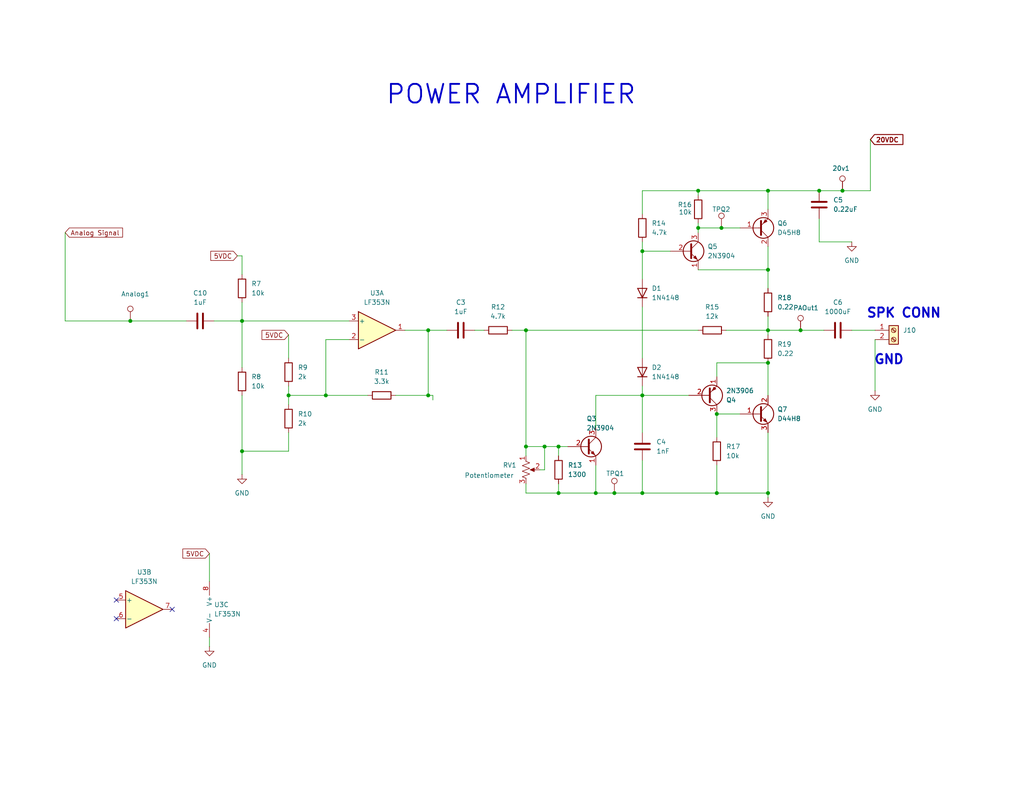
<source format=kicad_sch>
(kicad_sch (version 20231120) (generator "eeschema") (generator_version "8.0")
  (paper "A")
  (title_block (title "Main Bluetooth Speaker") (date "2024-09-06") (rev "A") (company "Synergy Electronics"))
  (lib_symbols
    (symbol "Amplifier_Operational:ADA4610-2xCP" (pin_names (offset 0.127))
      (property "Reference" "U" (at 0 5.08 0))
      (property "Value" "ADA4610-2xCP" (at 0 -5.08 0))
      (symbol "ADA4610-2xCP_1_1"
        (polyline (pts (xy -5.08 5.08) (xy 5.08 0) (xy -5.08 -5.08) (xy -5.08 5.08)) (stroke (width 0.254)) (fill (type background)))
        (pin output line (at 7.62 0 180) (length 2.54) (name "~") (number "1"))
        (pin input line (at -7.62 -2.54 0) (length 2.54) (name "-") (number "2"))
        (pin input line (at -7.62 2.54 0) (length 2.54) (name "+") (number "3"))
      )
      (symbol "ADA4610-2xCP_2_1"
        (polyline (pts (xy -5.08 5.08) (xy 5.08 0) (xy -5.08 -5.08) (xy -5.08 5.08)) (stroke (width 0.254)) (fill (type background)))
        (pin input line (at -7.62 2.54 0) (length 2.54) (name "+") (number "5"))
        (pin input line (at -7.62 -2.54 0) (length 2.54) (name "-") (number "6"))
        (pin output line (at 7.62 0 180) (length 2.54) (name "~") (number "7"))
      )
      (symbol "ADA4610-2xCP_3_1"
        (pin power_in line (at -2.54 -7.62 90) (length 3.81) (name "V-") (number "4"))
        (pin power_in line (at -2.54 7.62 270) (length 3.81) (name "V+") (number "8"))
        (pin passive line (at -2.54 -7.62 90) (length 3.81) hide (name "V-") (number "9"))
      )
    )
    (symbol "Connector:Screw_Terminal_01x02" (pin_names (offset 1.016) hide)
      (property "Reference" "J" (at 0 2.54 0))
      (property "Value" "Screw_Terminal_01x02" (at 0 -5.08 0))
      (symbol "Screw_Terminal_01x02_1_1"
        (rectangle (start -1.27 1.27) (end 1.27 -3.81) (stroke (width 0.254)) (fill (type background)))
        (circle (center 0 -2.54) (radius 0.635) (stroke (width 0.1524)))
        (polyline (pts (xy -0.5334 -2.2098) (xy 0.3302 -3.048)) (stroke (width 0.1524)))
        (polyline (pts (xy -0.5334 0.3302) (xy 0.3302 -0.508)) (stroke (width 0.1524)))
        (polyline (pts (xy -0.3556 -2.032) (xy 0.508 -2.8702)) (stroke (width 0.1524)))
        (polyline (pts (xy -0.3556 0.508) (xy 0.508 -0.3302)) (stroke (width 0.1524)))
        (circle (center 0 0) (radius 0.635) (stroke (width 0.1524)))
        (pin passive line (at -5.08 0 0) (length 3.81) (name "Pin_1") (number "1"))
        (pin passive line (at -5.08 -2.54 0) (length 3.81) (name "Pin_2") (number "2"))
      )
    )
    (symbol "Connector:TestPoint" (pin_numbers hide) (pin_names (offset 0.762) hide)
      (property "Reference" "TP" (at 0 6.858 0))
      (property "Value" "TestPoint" (at 0 5.08 0))
      (symbol "TestPoint_0_1"
        (circle (center 0 3.302) (radius 0.762))
      )
      (symbol "TestPoint_1_1"
        (pin passive line (at 0 0 90) (length 2.54) (name "1") (number "1"))
      )
    )
    (symbol "Device:C" (pin_numbers hide) (pin_names (offset 0.254))
      (property "Reference" "C" (at 0.635 2.54 0))
      (property "Value" "C" (at 0.635 -2.54 0))
      (symbol "C_0_1"
        (polyline (pts (xy -2.032 -0.762) (xy 2.032 -0.762)) (stroke (width 0.508)))
        (polyline (pts (xy -2.032 0.762) (xy 2.032 0.762)) (stroke (width 0.508)))
      )
      (symbol "C_1_1"
        (pin passive line (at 0 3.81 270) (length 2.794) (name "~") (number "1"))
        (pin passive line (at 0 -3.81 90) (length 2.794) (name "~") (number "2"))
      )
    )
    (symbol "Device:R" (pin_numbers hide) (pin_names (offset 0))
      (property "Reference" "R" (at 2.032 0 90))
      (property "Value" "R" (at 0 0 90))
      (symbol "R_0_1"
        (rectangle (start -1.016 -2.54) (end 1.016 2.54) (stroke (width 0.254)))
      )
      (symbol "R_1_1"
        (pin passive line (at 0 3.81 270) (length 1.27) (name "~") (number "1"))
        (pin passive line (at 0 -3.81 90) (length 1.27) (name "~") (number "2"))
      )
    )
    (symbol "Device:R_Potentiometer_US" (pin_names (offset 1.016) hide)
      (property "Reference" "RV" (at -4.445 0 90))
      (property "Value" "R_Potentiometer_US" (at -2.54 0 90))
      (symbol "R_Potentiometer_US_0_1"
        (polyline (pts (xy 0 -2.286) (xy 0 -2.54)))
        (polyline (pts (xy 0 2.54) (xy 0 2.286)))
        (polyline (pts (xy 2.54 0) (xy 1.524 0)))
        (polyline (pts (xy 1.143 0) (xy 2.286 0.508) (xy 2.286 -0.508) (xy 1.143 0)) (fill (type outline)))
        (polyline (pts (xy 0 -0.762) (xy 1.016 -1.143) (xy 0 -1.524) (xy -1.016 -1.905) (xy 0 -2.286)))
        (polyline (pts (xy 0 0.762) (xy 1.016 0.381) (xy 0 0) (xy -1.016 -0.381) (xy 0 -0.762)))
        (polyline (pts (xy 0 2.286) (xy 1.016 1.905) (xy 0 1.524) (xy -1.016 1.143) (xy 0 0.762)))
      )
      (symbol "R_Potentiometer_US_1_1"
        (pin passive line (at 0 3.81 270) (length 1.27) (name "1") (number "1"))
        (pin passive line (at 3.81 0 180) (length 1.27) (name "2") (number "2"))
        (pin passive line (at 0 -3.81 90) (length 1.27) (name "3") (number "3"))
      )
    )
    (symbol "Diode:1N4148" (pin_numbers hide) (pin_names hide)
      (property "Reference" "D" (at 0 2.54 0))
      (property "Value" "1N4148" (at 0 -2.54 0))
      (symbol "1N4148_0_1"
        (polyline (pts (xy -1.27 1.27) (xy -1.27 -1.27)) (stroke (width 0.254)))
        (polyline (pts (xy 1.27 0) (xy -1.27 0)))
        (polyline (pts (xy 1.27 1.27) (xy 1.27 -1.27) (xy -1.27 0) (xy 1.27 1.27)) (stroke (width 0.254)))
      )
      (symbol "1N4148_1_1"
        (pin passive line (at -3.81 0 0) (length 2.54) (name "K") (number "1"))
        (pin passive line (at 3.81 0 180) (length 2.54) (name "A") (number "2"))
      )
    )
    (symbol "Transistor_BJT:2N3904" (pin_names (offset 0) hide)
      (property "Reference" "Q" (at 5.08 1.905 0))
      (property "Value" "2N3904" (at 5.08 0 0))
      (symbol "2N3904_0_1"
        (polyline (pts (xy 0.635 0.635) (xy 2.54 2.54)))
        (polyline (pts (xy 0.635 -0.635) (xy 2.54 -2.54) (xy 2.54 -2.54)))
        (polyline (pts (xy 0.635 1.905) (xy 0.635 -1.905) (xy 0.635 -1.905)) (stroke (width 0.508)))
        (polyline (pts (xy 1.27 -1.778) (xy 1.778 -1.27) (xy 2.286 -2.286) (xy 1.27 -1.778) (xy 1.27 -1.778)) (fill (type outline)))
        (circle (center 1.27 0) (radius 2.8194) (stroke (width 0.254)))
      )
      (symbol "2N3904_1_1"
        (pin passive line (at 2.54 -5.08 90) (length 2.54) (name "E") (number "1"))
        (pin passive line (at -5.08 0 0) (length 5.715) (name "B") (number "2"))
        (pin passive line (at 2.54 5.08 270) (length 2.54) (name "C") (number "3"))
      )
    )
    (symbol "Transistor_BJT:2N3906" (pin_names (offset 0) hide)
      (property "Reference" "Q" (at 5.08 1.905 0))
      (property "Value" "2N3906" (at 5.08 0 0))
      (symbol "2N3906_0_1"
        (polyline (pts (xy 0.635 0.635) (xy 2.54 2.54)))
        (polyline (pts (xy 0.635 -0.635) (xy 2.54 -2.54) (xy 2.54 -2.54)))
        (polyline (pts (xy 0.635 1.905) (xy 0.635 -1.905) (xy 0.635 -1.905)) (stroke (width 0.508)))
        (polyline (pts (xy 2.286 -1.778) (xy 1.778 -2.286) (xy 1.27 -1.27) (xy 2.286 -1.778) (xy 2.286 -1.778)) (fill (type outline)))
        (circle (center 1.27 0) (radius 2.8194) (stroke (width 0.254)))
      )
      (symbol "2N3906_1_1"
        (pin passive line (at 2.54 -5.08 90) (length 2.54) (name "E") (number "1"))
        (pin input line (at -5.08 0 0) (length 5.715) (name "B") (number "2"))
        (pin passive line (at 2.54 5.08 270) (length 2.54) (name "C") (number "3"))
      )
    )
    (symbol "Transistor_BJT:2SB817" (pin_names (offset 0) hide)
      (property "Reference" "Q" (at 5.08 1.905 0))
      (property "Value" "2SB817" (at 5.08 0 0))
      (symbol "2SB817_0_1"
        (polyline (pts (xy 0 0) (xy 0.635 0)))
        (polyline (pts (xy 2.54 2.54) (xy 0.635 0.635)))
        (polyline (pts (xy 0.635 -0.635) (xy 2.54 -2.54) (xy 2.54 -2.54)))
        (polyline (pts (xy 0.635 1.905) (xy 0.635 -1.905) (xy 0.635 -1.905)) (stroke (width 0.508)))
        (polyline (pts (xy 1.778 -2.286) (xy 2.286 -1.778) (xy 1.27 -1.27) (xy 1.778 -2.286) (xy 1.778 -2.286)) (fill (type outline)))
        (circle (center 1.27 0) (radius 2.8194) (stroke (width 0.254)))
      )
      (symbol "2SB817_1_1"
        (pin input line (at -5.08 0 0) (length 5.08) (name "B") (number "1"))
        (pin passive line (at 2.54 5.08 270) (length 2.54) (name "C") (number "2"))
        (pin passive line (at 2.54 -5.08 90) (length 2.54) (name "E") (number "3"))
      )
    )
    (symbol "Transistor_BJT:2SD1047" (pin_names (offset 0) hide)
      (property "Reference" "Q" (at 6.35 1.905 0))
      (property "Value" "2SD1047" (at 6.35 0 0))
      (symbol "2SD1047_0_1"
        (polyline (pts (xy 0 0) (xy 0.762 0)))
        (polyline (pts (xy 0.635 0.635) (xy 2.54 2.54)))
        (polyline (pts (xy 0.635 -0.635) (xy 2.54 -2.54) (xy 2.54 -2.54)))
        (polyline (pts (xy 0.635 1.905) (xy 0.635 -1.905) (xy 0.635 -1.905)) (stroke (width 0.508)))
        (polyline (pts (xy 1.27 -1.778) (xy 1.778 -1.27) (xy 2.286 -2.286) (xy 1.27 -1.778) (xy 1.27 -1.778)) (fill (type outline)))
        (circle (center 1.27 0) (radius 2.8194) (stroke (width 0.254)))
      )
      (symbol "2SD1047_1_1"
        (pin input line (at -5.08 0 0) (length 5.08) (name "B") (number "1"))
        (pin passive line (at 2.54 5.08 270) (length 2.54) (name "C") (number "2"))
        (pin passive line (at 2.54 -5.08 90) (length 2.54) (name "E") (number "3"))
      )
    )
    (symbol "power:GND" (power) (pin_numbers hide) (pin_names (offset 0) hide)
      (property "Value" "GND" (at 0 -3.81 0))
      (symbol "GND_0_1"
        (polyline (pts (xy 0 0) (xy 0 -1.27) (xy 1.27 -1.27) (xy 0 -2.54) (xy -1.27 -1.27) (xy 0 -1.27)))
      )
      (symbol "GND_1_1"
        (pin power_in line (at 0 0 270) (length 0) (name "~") (number "1"))
      )
    )
  )
  (junction (at 195.58 134.62))
  (junction (at 175.26 107.95))
  (junction (at 209.55 90.17))
  (junction (at 167.64 134.62))
  (junction (at 209.55 52.07))
  (junction (at 143.51 121.92))
  (junction (at 78.74 107.95))
  (junction (at 88.9 107.95))
  (junction (at 66.04 123.19))
  (junction (at 209.55 134.62))
  (junction (at 209.55 99.06))
  (junction (at 190.5 62.23))
  (junction (at 175.26 134.62))
  (junction (at 116.84 107.95))
  (junction (at 195.58 113.03))
  (junction (at 218.44 90.17))
  (junction (at 196.85 62.23))
  (junction (at 190.5 52.07))
  (junction (at 35.56 87.63))
  (junction (at 143.51 90.17))
  (junction (at 175.26 68.58))
  (junction (at 162.56 134.62))
  (junction (at 116.84 90.17))
  (junction (at 152.4 134.62))
  (junction (at 148.59 121.92))
  (junction (at 66.04 87.63))
  (junction (at 152.4 121.92))
  (junction (at 223.52 52.07))
  (junction (at 209.55 73.66))
  (junction (at 229.87 52.07))
  (no_connect (at 46.99 166.37))
  (no_connect (at 31.75 163.83))
  (no_connect (at 31.75 168.91))
  (wire (pts (xy 148.59 121.92) (xy 152.4 121.92)))
  (wire (pts (xy 143.51 90.17) (xy 143.51 121.92)))
  (wire (pts (xy 190.5 52.07) (xy 190.5 53.34)))
  (wire (pts (xy 78.74 107.95) (xy 88.9 107.95)))
  (wire (pts (xy 57.15 173.99) (xy 57.15 176.53)))
  (wire (pts (xy 175.26 68.58) (xy 182.88 68.58)))
  (wire (pts (xy 209.55 99.06) (xy 209.55 107.95)))
  (wire (pts (xy 209.55 67.31) (xy 209.55 73.66)))
  (wire (pts (xy 195.58 134.62) (xy 209.55 134.62)))
  (wire (pts (xy 175.26 52.07) (xy 190.5 52.07)))
  (wire (pts (xy 64.77 69.85) (xy 66.04 69.85)))
  (wire (pts (xy 116.84 90.17) (xy 116.84 107.95)))
  (wire (pts (xy 152.4 132.08) (xy 152.4 134.62)))
  (wire (pts (xy 88.9 92.71) (xy 95.25 92.71)))
  (wire (pts (xy 88.9 92.71) (xy 88.9 107.95)))
  (wire (pts (xy 175.26 125.73) (xy 175.26 134.62)))
  (wire (pts (xy 198.12 90.17) (xy 209.55 90.17)))
  (wire (pts (xy 139.7 90.17) (xy 143.51 90.17)))
  (wire (pts (xy 238.76 92.71) (xy 238.76 106.68)))
  (wire (pts (xy 175.26 83.82) (xy 175.26 97.79)))
  (wire (pts (xy 110.49 90.17) (xy 116.84 90.17)))
  (wire (pts (xy 190.5 62.23) (xy 196.85 62.23)))
  (wire (pts (xy 195.58 113.03) (xy 195.58 119.38)))
  (wire (pts (xy 195.58 127) (xy 195.58 134.62)))
  (wire (pts (xy 78.74 105.41) (xy 78.74 107.95)))
  (wire (pts (xy 66.04 87.63) (xy 95.25 87.63)))
  (wire (pts (xy 116.84 90.17) (xy 121.92 90.17)))
  (wire (pts (xy 209.55 90.17) (xy 209.55 91.44)))
  (wire (pts (xy 78.74 91.44) (xy 78.74 97.79)))
  (wire (pts (xy 237.49 38.1) (xy 237.49 52.07)))
  (wire (pts (xy 143.51 90.17) (xy 190.5 90.17)))
  (wire (pts (xy 237.49 52.07) (xy 229.87 52.07)))
  (wire (pts (xy 162.56 107.95) (xy 162.56 116.84)))
  (wire (pts (xy 209.55 118.11) (xy 209.55 134.62)))
  (wire (pts (xy 195.58 99.06) (xy 209.55 99.06)))
  (wire (pts (xy 209.55 90.17) (xy 218.44 90.17)))
  (wire (pts (xy 190.5 62.23) (xy 190.5 63.5)))
  (wire (pts (xy 35.56 87.63) (xy 50.8 87.63)))
  (wire (pts (xy 196.85 62.23) (xy 201.93 62.23)))
  (wire (pts (xy 175.26 107.95) (xy 175.26 118.11)))
  (wire (pts (xy 190.5 73.66) (xy 209.55 73.66)))
  (wire (pts (xy 57.15 151.13) (xy 57.15 158.75)))
  (wire (pts (xy 162.56 107.95) (xy 175.26 107.95)))
  (wire (pts (xy 162.56 127) (xy 162.56 134.62)))
  (wire (pts (xy 175.26 134.62) (xy 167.64 134.62)))
  (wire (pts (xy 66.04 123.19) (xy 66.04 129.54)))
  (wire (pts (xy 118.11 107.95) (xy 116.84 107.95)))
  (wire (pts (xy 143.51 121.92) (xy 143.51 124.46)))
  (wire (pts (xy 209.55 134.62) (xy 209.55 135.89)))
  (wire (pts (xy 66.04 107.95) (xy 66.04 123.19)))
  (wire (pts (xy 209.55 73.66) (xy 209.55 78.74)))
  (wire (pts (xy 218.44 90.17) (xy 224.79 90.17)))
  (wire (pts (xy 175.26 68.58) (xy 175.26 76.2)))
  (wire (pts (xy 66.04 87.63) (xy 66.04 100.33)))
  (wire (pts (xy 190.5 52.07) (xy 209.55 52.07)))
  (wire (pts (xy 152.4 134.62) (xy 162.56 134.62)))
  (wire (pts (xy 209.55 57.15) (xy 209.55 52.07)))
  (wire (pts (xy 190.5 60.96) (xy 190.5 62.23)))
  (wire (pts (xy 143.51 132.08) (xy 143.51 134.62)))
  (wire (pts (xy 17.78 87.63) (xy 35.56 87.63)))
  (wire (pts (xy 152.4 121.92) (xy 152.4 124.46)))
  (wire (pts (xy 175.26 58.42) (xy 175.26 52.07)))
  (wire (pts (xy 66.04 123.19) (xy 78.74 123.19)))
  (wire (pts (xy 195.58 113.03) (xy 201.93 113.03)))
  (wire (pts (xy 58.42 87.63) (xy 66.04 87.63)))
  (wire (pts (xy 175.26 134.62) (xy 195.58 134.62)))
  (wire (pts (xy 175.26 105.41) (xy 175.26 107.95)))
  (wire (pts (xy 148.59 128.27) (xy 148.59 121.92)))
  (wire (pts (xy 66.04 69.85) (xy 66.04 74.93)))
  (wire (pts (xy 209.55 52.07) (xy 223.52 52.07)))
  (wire (pts (xy 223.52 66.04) (xy 232.41 66.04)))
  (wire (pts (xy 66.04 82.55) (xy 66.04 87.63)))
  (wire (pts (xy 17.78 63.5) (xy 17.78 87.63)))
  (wire (pts (xy 78.74 118.11) (xy 78.74 123.19)))
  (wire (pts (xy 88.9 107.95) (xy 100.33 107.95)))
  (wire (pts (xy 209.55 86.36) (xy 209.55 90.17)))
  (wire (pts (xy 232.41 90.17) (xy 238.76 90.17)))
  (wire (pts (xy 223.52 59.69) (xy 223.52 66.04)))
  (wire (pts (xy 175.26 66.04) (xy 175.26 68.58)))
  (wire (pts (xy 152.4 121.92) (xy 154.94 121.92)))
  (wire (pts (xy 107.95 107.95) (xy 116.84 107.95)))
  (wire (pts (xy 195.58 102.87) (xy 195.58 99.06)))
  (wire (pts (xy 143.51 121.92) (xy 148.59 121.92)))
  (wire (pts (xy 143.51 134.62) (xy 152.4 134.62)))
  (wire (pts (xy 229.87 52.07) (xy 223.52 52.07)))
  (wire (pts (xy 78.74 107.95) (xy 78.74 110.49)))
  (wire (pts (xy 129.54 90.17) (xy 132.08 90.17)))
  (wire (pts (xy 118.11 109.22) (xy 118.11 107.95)))
  (wire (pts (xy 167.64 134.62) (xy 162.56 134.62)))
  (wire (pts (xy 175.26 107.95) (xy 187.96 107.95)))
  (wire (pts (xy 147.32 128.27) (xy 148.59 128.27)))
  (text "GND" (at 242.57 98.298 0) (effects (font (size 2.54 2.54) (thickness 0.508) (bold yes))))
  (text "POWER AMPLIFIER" (at 139.446 25.908 0) (effects (font (size 5.08 5.08) (thickness 0.508) (bold yes))))
  (text "SPK CONN" (at 246.634 85.598 0) (effects (font (size 2.54 2.54) (thickness 0.508) (bold yes))))
  (global_label "5VDC" (shape input) (at 78.74 91.44 180) (property "Intersheetrefs" "${INTERSHEET_REFS}" (effects (hide yes))))
  (global_label "5VDC" (shape input) (at 57.15 151.13 180) (property "Intersheetrefs" "${INTERSHEET_REFS}" (effects (hide yes))))
  (global_label "20VDC" (shape input) (at 237.49 38.1 0) (effects (font (thickness 0.254) (bold yes))) (property "Intersheetrefs" "${INTERSHEET_REFS}" (effects (hide yes))))
  (global_label "Analog Signal" (shape input) (at 17.78 63.5 0) (property "Intersheetrefs" "${INTERSHEET_REFS}" (effects (hide yes))))
  (global_label "5VDC" (shape input) (at 64.77 69.85 180) (property "Intersheetrefs" "${INTERSHEET_REFS}" (effects (hide yes))))
  (symbol (lib_id "Connector:TestPoint") (at 35.56 87.63 0) (unit 1)
    (property "Reference" "Analog1" (at 33.02 80.264 0) (effects (justify left)))
    (property "Value" "TestPoint" (effects (hide yes)))
    (property "Footprint" "TestPoint:TestPoint_Pad_D1.5mm" (effects (hide yes)))
    (property "Description" "test point" (effects (hide yes)))
  )
  (symbol (lib_id "Device:R") (at 66.04 78.74 0) (unit 1)
    (property "Reference" "R7" (at 68.58 77.4699 0) (effects (justify left)))
    (property "Value" "10k" (at 68.58 80.0099 0) (effects (justify left)))
    (property "Footprint" "Resistor_THT:R_Axial_DIN0309_L9.0mm_D3.2mm_P12.70mm_Horizontal" (effects (hide yes)))
    (property "Description" "Resistor" (effects (hide yes)))
  )
  (symbol (lib_id "Diode:1N4148") (at 175.26 80.01 90) (unit 1)
    (property "Reference" "D1" (at 177.8 78.7399 90) (effects (justify right)))
    (property "Value" "1N4148" (at 177.8 81.2799 90) (effects (justify right)))
    (property "Footprint" "Diode_THT:D_DO-15_P12.70mm_Horizontal" (effects (hide yes)))
    (property "Datasheet" "https://assets.nexperia.com/documents/data-sheet/1N4148_1N4448.pdf" (effects (hide yes)))
    (property "Description" "100V 0.15A standard switching diode, DO-35" (effects (hide yes)))
    (property "Sim.Device" "D" (effects (hide yes)))
    (property "Sim.Pins" "1=K 2=A" (effects (hide yes)))
  )
  (symbol (lib_id "Connector:Screw_Terminal_01x02") (at 243.84 90.17 0) (unit 1)
    (property "Reference" "J10" (at 246.38 90.1699 0) (effects (justify left)))
    (property "Value" "Screw_Terminal_01x02" (effects (hide yes)))
    (property "Footprint" "TerminalBlock_Phoenix:TerminalBlock_Phoenix_MKDS-1,5-2-5.08_1x02_P5.08mm_Horizontal" (effects (hide yes)))
    (property "Description" "Generic screw terminal, single row, 01x02, script generated (kicad-library-utils/schlib/autogen/connector/)" (effects (hide yes)))
  )
  (symbol (lib_id "Device:R") (at 104.14 107.95 90) (unit 1)
    (property "Reference" "R11" (at 104.14 101.6 90))
    (property "Value" "3.3k" (at 104.14 104.14 90))
    (property "Footprint" "Resistor_THT:R_Axial_DIN0309_L9.0mm_D3.2mm_P12.70mm_Horizontal" (effects (hide yes)))
    (property "Description" "Resistor" (effects (hide yes)))
  )
  (symbol (lib_id "Diode:1N4148") (at 175.26 101.6 90) (unit 1)
    (property "Reference" "D2" (at 177.8 100.3299 90) (effects (justify right)))
    (property "Value" "1N4148" (at 177.8 102.8699 90) (effects (justify right)))
    (property "Footprint" "Diode_THT:D_DO-15_P12.70mm_Horizontal" (effects (hide yes)))
    (property "Datasheet" "https://assets.nexperia.com/documents/data-sheet/1N4148_1N4448.pdf" (effects (hide yes)))
    (property "Description" "100V 0.15A standard switching diode, DO-35" (effects (hide yes)))
    (property "Sim.Device" "D" (effects (hide yes)))
    (property "Sim.Pins" "1=K 2=A" (effects (hide yes)))
  )
  (symbol (lib_id "Device:C") (at 175.26 121.92 0) (unit 1)
    (property "Reference" "C4" (at 179.07 120.6499 0) (effects (justify left)))
    (property "Value" "1nF" (at 179.07 123.1899 0) (effects (justify left)))
    (property "Footprint" "Capacitor_THT:C_Disc_D4.7mm_W2.5mm_P5.00mm" (effects (hide yes)))
    (property "Description" "Unpolarized capacitor" (effects (hide yes)))
  )
  (symbol (lib_id "Device:C") (at 228.6 90.17 90) (unit 1)
    (property "Reference" "C6" (at 228.6 82.55 90))
    (property "Value" "1000uF" (at 228.6 85.09 90))
    (property "Footprint" "Capacitor_THT:CP_Radial_D10.0mm_P2.50mm" (effects (hide yes)))
    (property "Description" "Unpolarized capacitor" (effects (hide yes)))
  )
  (symbol (lib_id "power:GND") (at 209.55 135.89 0) (unit 1)
    (property "Reference" "#PWR09" (effects (hide yes)))
    (property "Value" "GND" (at 209.55 140.97 0))
    (property "Description" "Power symbol creates a global label with name \"GND\" , ground" (effects (hide yes)))
  )
  (symbol (lib_id "Device:R") (at 209.55 82.55 0) (unit 1)
    (property "Reference" "R18" (at 212.09 81.2799 0) (effects (justify left)))
    (property "Value" "0.22" (at 212.09 83.8199 0) (effects (justify left)))
    (property "Footprint" "Resistor_THT:R_Axial_DIN0309_L9.0mm_D3.2mm_P12.70mm_Horizontal" (effects (hide yes)))
    (property "Description" "Resistor" (effects (hide yes)))
  )
  (symbol (lib_id "Device:R") (at 194.31 90.17 90) (unit 1)
    (property "Reference" "R15" (at 194.31 83.82 90))
    (property "Value" "12k" (at 194.31 86.36 90))
    (property "Footprint" "Resistor_THT:R_Axial_DIN0309_L9.0mm_D3.2mm_P12.70mm_Horizontal" (effects (hide yes)))
    (property "Description" "Resistor" (effects (hide yes)))
  )
  (symbol (lib_id "Amplifier_Operational:ADA4610-2xCP") (at 102.87 90.17 0) (unit 1)
    (property "Reference" "U3" (at 102.87 80.01 0))
    (property "Value" "LF353N" (at 102.87 82.55 0))
    (property "Footprint" "Package_DIP:DIP-8_W7.62mm_Socket" (effects (hide yes)))
    (property "Datasheet" "https://www.analog.com/media/en/technical-documentation/data-sheets/ADA4610-1_4610-2_4610-4.pdf" (effects (hide yes)))
    (property "Description" "Dual Low Noise, Precision, Rail-to-Rail Output, JFET Op Amp, LFCSP-8" (effects (hide yes)))
  )
  (symbol (lib_id "Amplifier_Operational:ADA4610-2xCP") (at 39.37 166.37 0) (unit 2)
    (property "Reference" "U3" (at 39.37 156.21 0))
    (property "Value" "LF353N" (at 39.37 158.75 0))
    (property "Footprint" "Package_DIP:DIP-8_W7.62mm_Socket" (effects (hide yes)))
    (property "Datasheet" "https://www.analog.com/media/en/technical-documentation/data-sheets/ADA4610-1_4610-2_4610-4.pdf" (effects (hide yes)))
    (property "Description" "Dual Low Noise, Precision, Rail-to-Rail Output, JFET Op Amp, LFCSP-8" (effects (hide yes)))
  )
  (symbol (lib_id "Device:C") (at 125.73 90.17 90) (unit 1)
    (property "Reference" "C3" (at 125.73 82.55 90))
    (property "Value" "1uF" (at 125.73 85.09 90))
    (property "Footprint" "Capacitor_THT:C_Disc_D4.7mm_W2.5mm_P5.00mm" (effects (hide yes)))
    (property "Description" "Unpolarized capacitor" (effects (hide yes)))
  )
  (symbol (lib_id "Device:R") (at 209.55 95.25 0) (unit 1)
    (property "Reference" "R19" (at 212.09 93.9799 0) (effects (justify left)))
    (property "Value" "0.22" (at 212.09 96.5199 0) (effects (justify left)))
    (property "Footprint" "Resistor_THT:R_Axial_DIN0309_L9.0mm_D3.2mm_P12.70mm_Horizontal" (effects (hide yes)))
    (property "Description" "Resistor" (effects (hide yes)))
  )
  (symbol (lib_id "Device:R") (at 78.74 114.3 0) (unit 1)
    (property "Reference" "R10" (at 81.28 113.0299 0) (effects (justify left)))
    (property "Value" "2k" (at 81.28 115.5699 0) (effects (justify left)))
    (property "Footprint" "Resistor_THT:R_Axial_DIN0309_L9.0mm_D3.2mm_P12.70mm_Horizontal" (effects (hide yes)))
    (property "Description" "Resistor" (effects (hide yes)))
  )
  (symbol (lib_id "Device:R") (at 190.5 57.15 180) (unit 1)
    (property "Reference" "R16" (at 184.912 55.88 0) (effects (justify right)))
    (property "Value" "10k" (at 185.166 57.912 0) (effects (justify right)))
    (property "Footprint" "Resistor_THT:R_Axial_DIN0309_L9.0mm_D3.2mm_P12.70mm_Horizontal" (effects (hide yes)))
    (property "Description" "Resistor" (effects (hide yes)))
  )
  (symbol (lib_id "Transistor_BJT:2N3904") (at 160.02 121.92 0) (unit 1)
    (property "Reference" "Q3" (at 160.02 114.2999 0) (effects (justify left)))
    (property "Value" "2N3904" (at 160.02 116.8399 0) (effects (justify left)))
    (property "Footprint" "Package_TO_SOT_THT:TO-92_Wide" (effects (hide yes)))
    (property "Datasheet" "https://www.onsemi.com/pub/Collateral/2N3903-D.PDF" (effects (hide yes)))
    (property "Description" "0.2A Ic, 40V Vce, Small Signal NPN Transistor, TO-92" (effects (hide yes)))
  )
  (symbol (lib_id "Device:R") (at 66.04 104.14 0) (unit 1)
    (property "Reference" "R8" (at 68.58 102.8699 0) (effects (justify left)))
    (property "Value" "10k" (at 68.58 105.4099 0) (effects (justify left)))
    (property "Footprint" "Resistor_THT:R_Axial_DIN0309_L9.0mm_D3.2mm_P12.70mm_Horizontal" (effects (hide yes)))
    (property "Description" "Resistor" (effects (hide yes)))
  )
  (symbol (lib_id "Connector:TestPoint") (at 218.44 90.17 0) (unit 1)
    (property "Reference" "PAOut1" (at 216.408 84.074 0) (effects (justify left)))
    (property "Value" "TestPoint" (effects (hide yes)))
    (property "Footprint" "TestPoint:TestPoint_Pad_D1.5mm" (effects (hide yes)))
    (property "Description" "test point" (effects (hide yes)))
  )
  (symbol (lib_id "Transistor_BJT:2SB817") (at 207.01 62.23 0) (mirror x) (unit 1)
    (property "Reference" "Q6" (at 212.09 60.9599 0) (effects (justify left)))
    (property "Value" "D45H8" (at 212.09 63.4999 0) (effects (justify left)))
    (property "Footprint" "Package_TO_SOT_THT:TO-220-3_Vertical" (effects (hide yes)))
    (property "Datasheet" "http://skory.gylcomp.hu/alkatresz/2SB817.pdf" (effects (hide yes)))
    (property "Description" "-12A Ic, -140V Vce, Silicon Power PNP Transistors, TO-3PB" (effects (hide yes)))
  )
  (symbol (lib_id "power:GND") (at 66.04 129.54 0) (unit 1)
    (property "Reference" "#PWR06" (effects (hide yes)))
    (property "Value" "GND" (at 66.04 134.62 0))
    (property "Description" "Power symbol creates a global label with name \"GND\" , ground" (effects (hide yes)))
  )
  (symbol (lib_id "Transistor_BJT:2N3904") (at 187.96 68.58 0) (unit 1)
    (property "Reference" "Q5" (at 193.04 67.3099 0) (effects (justify left)))
    (property "Value" "2N3904" (at 193.04 69.8499 0) (effects (justify left)))
    (property "Footprint" "Package_TO_SOT_THT:TO-92_Wide" (effects (hide yes)))
    (property "Datasheet" "https://www.onsemi.com/pub/Collateral/2N3903-D.PDF" (effects (hide yes)))
    (property "Description" "0.2A Ic, 40V Vce, Small Signal NPN Transistor, TO-92" (effects (hide yes)))
  )
  (symbol (lib_id "Device:C") (at 54.61 87.63 90) (unit 1)
    (property "Reference" "C10" (at 54.61 80.01 90))
    (property "Value" "1uF" (at 54.61 82.55 90))
    (property "Footprint" "Capacitor_THT:C_Disc_D4.7mm_W2.5mm_P5.00mm" (effects (hide yes)))
    (property "Description" "Unpolarized capacitor" (effects (hide yes)))
  )
  (symbol (lib_id "power:GND") (at 232.41 66.04 0) (unit 1)
    (property "Reference" "#PWR011" (effects (hide yes)))
    (property "Value" "GND" (at 232.41 71.12 0))
    (property "Description" "Power symbol creates a global label with name \"GND\" , ground" (effects (hide yes)))
  )
  (symbol (lib_id "Connector:TestPoint") (at 196.85 62.23 0) (unit 1)
    (property "Reference" "TPQ2" (at 194.31 57.15 0) (effects (justify left)))
    (property "Value" "TestPoint" (effects (hide yes)))
    (property "Footprint" "TestPoint:TestPoint_Pad_D1.5mm" (effects (hide yes)))
    (property "Description" "test point" (effects (hide yes)))
  )
  (symbol (lib_id "Device:C") (at 223.52 55.88 0) (unit 1)
    (property "Reference" "C5" (at 227.33 54.6099 0) (effects (justify left)))
    (property "Value" "0.22uF" (at 227.33 57.1499 0) (effects (justify left)))
    (property "Footprint" "Capacitor_THT:C_Disc_D4.7mm_W2.5mm_P5.00mm" (effects (hide yes)))
    (property "Description" "Unpolarized capacitor" (effects (hide yes)))
  )
  (symbol (lib_id "Device:R") (at 135.89 90.17 90) (unit 1)
    (property "Reference" "R12" (at 135.89 83.82 90))
    (property "Value" "4.7k" (at 135.89 86.36 90))
    (property "Footprint" "Resistor_THT:R_Axial_DIN0309_L9.0mm_D3.2mm_P12.70mm_Horizontal" (effects (hide yes)))
    (property "Description" "Resistor" (effects (hide yes)))
  )
  (symbol (lib_id "Connector:TestPoint") (at 229.87 52.07 0) (unit 1)
    (property "Reference" "20v1" (at 227.076 45.974 0) (effects (justify left)))
    (property "Value" "TestPoint" (effects (hide yes)))
    (property "Footprint" "TestPoint:TestPoint_Pad_D1.5mm" (effects (hide yes)))
    (property "Description" "test point" (effects (hide yes)))
  )
  (symbol (lib_id "Connector:TestPoint") (at 167.64 134.62 0) (unit 1)
    (property "Reference" "TPQ1" (at 165.354 129.286 0) (effects (justify left)))
    (property "Value" "TestPoint" (effects (hide yes)))
    (property "Footprint" "TestPoint:TestPoint_Pad_D1.5mm" (effects (hide yes)))
    (property "Description" "test point" (effects (hide yes)))
  )
  (symbol (lib_id "Device:R") (at 78.74 101.6 0) (unit 1)
    (property "Reference" "R9" (at 81.28 100.3299 0) (effects (justify left)))
    (property "Value" "2k" (at 81.28 102.8699 0) (effects (justify left)))
    (property "Footprint" "Resistor_THT:R_Axial_DIN0309_L9.0mm_D3.2mm_P12.70mm_Horizontal" (effects (hide yes)))
    (property "Description" "Resistor" (effects (hide yes)))
  )
  (symbol (lib_id "Amplifier_Operational:ADA4610-2xCP") (at 59.69 166.37 0) (unit 3)
    (property "Reference" "U3" (at 58.42 165.0999 0) (effects (justify left)))
    (property "Value" "LF353N" (at 58.42 167.6399 0) (effects (justify left)))
    (property "Footprint" "Package_DIP:DIP-8_W7.62mm_Socket" (effects (hide yes)))
    (property "Datasheet" "https://www.analog.com/media/en/technical-documentation/data-sheets/ADA4610-1_4610-2_4610-4.pdf" (effects (hide yes)))
    (property "Description" "Dual Low Noise, Precision, Rail-to-Rail Output, JFET Op Amp, LFCSP-8" (effects (hide yes)))
  )
  (symbol (lib_id "Transistor_BJT:2N3906") (at 193.04 107.95 0) (mirror x) (unit 1)
    (property "Reference" "Q4" (at 198.12 109.2201 0) (effects (justify left)))
    (property "Value" "2N3906" (at 198.12 106.6801 0) (effects (justify left)))
    (property "Footprint" "Package_TO_SOT_THT:TO-92_Wide" (effects (hide yes)))
    (property "Datasheet" "https://www.onsemi.com/pub/Collateral/2N3906-D.PDF" (effects (hide yes)))
    (property "Description" "-0.2A Ic, -40V Vce, Small Signal PNP Transistor, TO-92" (effects (hide yes)))
  )
  (symbol (lib_id "Device:R") (at 152.4 128.27 0) (unit 1)
    (property "Reference" "R13" (at 154.94 126.9999 0) (effects (justify left)))
    (property "Value" "1300" (at 154.94 129.5399 0) (effects (justify left)))
    (property "Footprint" "Resistor_THT:R_Axial_DIN0309_L9.0mm_D3.2mm_P12.70mm_Horizontal" (effects (hide yes)))
    (property "Description" "Resistor" (effects (hide yes)))
  )
  (symbol (lib_id "power:GND") (at 57.15 176.53 0) (unit 1)
    (property "Reference" "#PWR07" (effects (hide yes)))
    (property "Value" "GND" (at 57.15 181.61 0))
    (property "Description" "Power symbol creates a global label with name \"GND\" , ground" (effects (hide yes)))
  )
  (symbol (lib_id "Device:R_Potentiometer_US") (at 143.51 128.27 0) (unit 1)
    (property "Reference" "RV1" (at 140.97 126.9999 0) (effects (justify right)))
    (property "Value" "Potentiometer" (at 140.208 129.794 0) (effects (justify right)))
    (property "Footprint" "Potentiometer_THT:Potentiometer_Bourns_3386P_Vertical" (effects (hide yes)))
    (property "Description" "Potentiometer, US symbol" (effects (hide yes)))
  )
  (symbol (lib_id "power:GND") (at 238.76 106.68 0) (unit 1)
    (property "Reference" "#PWR010" (effects (hide yes)))
    (property "Value" "GND" (at 238.76 111.76 0))
    (property "Description" "Power symbol creates a global label with name \"GND\" , ground" (effects (hide yes)))
  )
  (symbol (lib_id "Device:R") (at 175.26 62.23 0) (unit 1)
    (property "Reference" "R14" (at 177.8 60.9599 0) (effects (justify left)))
    (property "Value" "4.7k" (at 177.8 63.4999 0) (effects (justify left)))
    (property "Footprint" "Resistor_THT:R_Axial_DIN0309_L9.0mm_D3.2mm_P12.70mm_Horizontal" (effects (hide yes)))
    (property "Description" "Resistor" (effects (hide yes)))
  )
  (symbol (lib_id "Transistor_BJT:2SD1047") (at 207.01 113.03 0) (unit 1)
    (property "Reference" "Q7" (at 212.09 111.7599 0) (effects (justify left)))
    (property "Value" "D44H8" (at 212.09 114.2999 0) (effects (justify left)))
    (property "Footprint" "Package_TO_SOT_THT:TO-220-3_Vertical" (effects (hide yes)))
    (property "Datasheet" "http://www.st.com/resource/en/datasheet/2sd1047.pdf" (effects (hide yes)))
    (property "Description" "12A Ic, 140V Vce, Silicon Power NPN Transistors, TO-3PB" (effects (hide yes)))
  )
  (symbol (lib_id "Device:R") (at 195.58 123.19 0) (unit 1)
    (property "Reference" "R17" (at 198.12 121.9199 0) (effects (justify left)))
    (property "Value" "10k" (at 198.12 124.4599 0) (effects (justify left)))
    (property "Footprint" "Resistor_THT:R_Axial_DIN0309_L9.0mm_D3.2mm_P12.70mm_Horizontal" (effects (hide yes)))
    (property "Description" "Resistor" (effects (hide yes)))
  )
)
</source>
